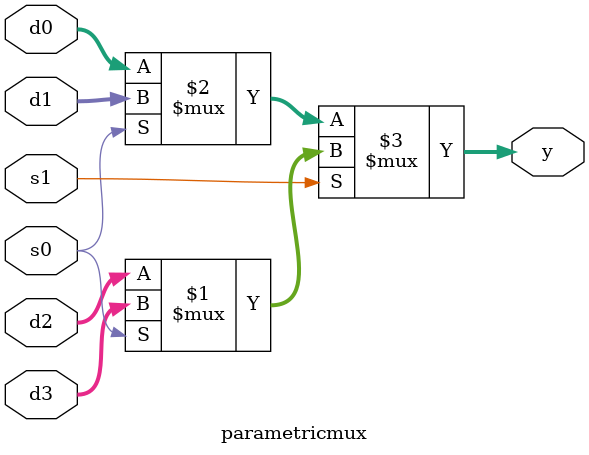
<source format=v>
module parametricmux #(parameter N = 4) 
  (input  [N-1:0] d0, d1, d2, d3,
   input  s0, s1,
   output [N-1:0] y);

  assign y = s1 ? (s0 ? d3 : d2) : (s0 ? d1 : d0);

endmodule

</source>
